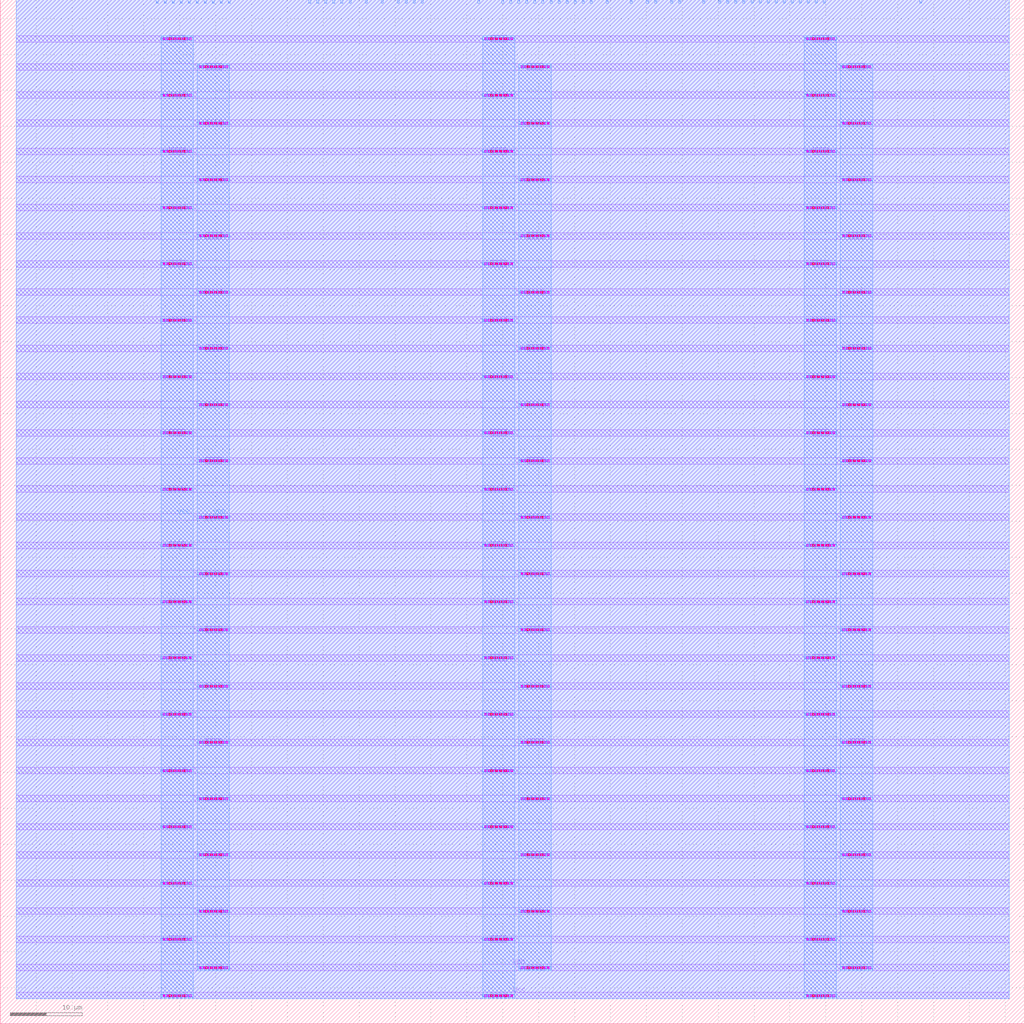
<source format=lef>
VERSION 5.8 ;
BUSBITCHARS "[]" ;
DIVIDERCHAR "/" ;
UNITS
    DATABASE MICRONS 2000 ;
END UNITS

VIA ring_osc2x13_via1_2_8960_1800_1_4_1240_1240
  VIARULE Via1_GEN_HH ;
  CUTSIZE 0.26 0.26 ;
  LAYERS Metal1 Via1 Metal2 ;
  CUTSPACING 0.36 0.36 ;
  ENCLOSURE 0.06 0.32 0.01 0.06 ;
  ROWCOL 1 4 ;
END ring_osc2x13_via1_2_8960_1800_1_4_1240_1240

VIA ring_osc2x13_via2_3_8960_560_1_8_1040_1040
  VIARULE Via2_GEN_HH ;
  CUTSIZE 0.26 0.26 ;
  LAYERS Metal2 Via2 Metal3 ;
  CUTSPACING 0.26 0.26 ;
  ENCLOSURE 0.01 0.06 0.06 0.01 ;
  ROWCOL 1 8 ;
END ring_osc2x13_via2_3_8960_560_1_8_1040_1040

VIA ring_osc2x13_via3_4_8960_560_1_8_1040_1040
  VIARULE Via3_GEN_HH ;
  CUTSIZE 0.26 0.26 ;
  LAYERS Metal3 Via3 Metal4 ;
  CUTSPACING 0.26 0.26 ;
  ENCLOSURE 0.06 0.01 0.29 0.06 ;
  ROWCOL 1 8 ;
END ring_osc2x13_via3_4_8960_560_1_8_1040_1040

MACRO ring_osc2x13
  FOREIGN ring_osc2x13 0 0 ;
  CLASS BLOCK ;
  SIZE 142.64 BY 142.64 ;
  PIN VDD
    USE POWER ;
    DIRECTION INOUT ;
    PORT
      LAYER Metal4 ;
        RECT  117.04 7.39 121.52 133.73 ;
        RECT  72.24 7.39 76.72 133.73 ;
        RECT  27.44 7.39 31.92 133.73 ;
      LAYER Metal1 ;
        RECT  2.24 132.83 140.56 133.73 ;
        RECT  2.24 124.99 140.56 125.89 ;
        RECT  2.24 117.15 140.56 118.05 ;
        RECT  2.24 109.31 140.56 110.21 ;
        RECT  2.24 101.47 140.56 102.37 ;
        RECT  2.24 93.63 140.56 94.53 ;
        RECT  2.24 85.79 140.56 86.69 ;
        RECT  2.24 77.95 140.56 78.85 ;
        RECT  2.24 70.11 140.56 71.01 ;
        RECT  2.24 62.27 140.56 63.17 ;
        RECT  2.24 54.43 140.56 55.33 ;
        RECT  2.24 46.59 140.56 47.49 ;
        RECT  2.24 38.75 140.56 39.65 ;
        RECT  2.24 30.91 140.56 31.81 ;
        RECT  2.24 23.07 140.56 23.97 ;
        RECT  2.24 15.23 140.56 16.13 ;
        RECT  2.24 7.39 140.56 8.29 ;
      VIA 119.28 133.28 ring_osc2x13_via3_4_8960_560_1_8_1040_1040 ;
      VIA 119.28 133.28 ring_osc2x13_via2_3_8960_560_1_8_1040_1040 ;
      VIA 119.28 133.28 ring_osc2x13_via1_2_8960_1800_1_4_1240_1240 ;
      VIA 119.28 125.44 ring_osc2x13_via3_4_8960_560_1_8_1040_1040 ;
      VIA 119.28 125.44 ring_osc2x13_via2_3_8960_560_1_8_1040_1040 ;
      VIA 119.28 125.44 ring_osc2x13_via1_2_8960_1800_1_4_1240_1240 ;
      VIA 119.28 117.6 ring_osc2x13_via3_4_8960_560_1_8_1040_1040 ;
      VIA 119.28 117.6 ring_osc2x13_via2_3_8960_560_1_8_1040_1040 ;
      VIA 119.28 117.6 ring_osc2x13_via1_2_8960_1800_1_4_1240_1240 ;
      VIA 119.28 109.76 ring_osc2x13_via3_4_8960_560_1_8_1040_1040 ;
      VIA 119.28 109.76 ring_osc2x13_via2_3_8960_560_1_8_1040_1040 ;
      VIA 119.28 109.76 ring_osc2x13_via1_2_8960_1800_1_4_1240_1240 ;
      VIA 119.28 101.92 ring_osc2x13_via3_4_8960_560_1_8_1040_1040 ;
      VIA 119.28 101.92 ring_osc2x13_via2_3_8960_560_1_8_1040_1040 ;
      VIA 119.28 101.92 ring_osc2x13_via1_2_8960_1800_1_4_1240_1240 ;
      VIA 119.28 94.08 ring_osc2x13_via3_4_8960_560_1_8_1040_1040 ;
      VIA 119.28 94.08 ring_osc2x13_via2_3_8960_560_1_8_1040_1040 ;
      VIA 119.28 94.08 ring_osc2x13_via1_2_8960_1800_1_4_1240_1240 ;
      VIA 119.28 86.24 ring_osc2x13_via3_4_8960_560_1_8_1040_1040 ;
      VIA 119.28 86.24 ring_osc2x13_via2_3_8960_560_1_8_1040_1040 ;
      VIA 119.28 86.24 ring_osc2x13_via1_2_8960_1800_1_4_1240_1240 ;
      VIA 119.28 78.4 ring_osc2x13_via3_4_8960_560_1_8_1040_1040 ;
      VIA 119.28 78.4 ring_osc2x13_via2_3_8960_560_1_8_1040_1040 ;
      VIA 119.28 78.4 ring_osc2x13_via1_2_8960_1800_1_4_1240_1240 ;
      VIA 119.28 70.56 ring_osc2x13_via3_4_8960_560_1_8_1040_1040 ;
      VIA 119.28 70.56 ring_osc2x13_via2_3_8960_560_1_8_1040_1040 ;
      VIA 119.28 70.56 ring_osc2x13_via1_2_8960_1800_1_4_1240_1240 ;
      VIA 119.28 62.72 ring_osc2x13_via3_4_8960_560_1_8_1040_1040 ;
      VIA 119.28 62.72 ring_osc2x13_via2_3_8960_560_1_8_1040_1040 ;
      VIA 119.28 62.72 ring_osc2x13_via1_2_8960_1800_1_4_1240_1240 ;
      VIA 119.28 54.88 ring_osc2x13_via3_4_8960_560_1_8_1040_1040 ;
      VIA 119.28 54.88 ring_osc2x13_via2_3_8960_560_1_8_1040_1040 ;
      VIA 119.28 54.88 ring_osc2x13_via1_2_8960_1800_1_4_1240_1240 ;
      VIA 119.28 47.04 ring_osc2x13_via3_4_8960_560_1_8_1040_1040 ;
      VIA 119.28 47.04 ring_osc2x13_via2_3_8960_560_1_8_1040_1040 ;
      VIA 119.28 47.04 ring_osc2x13_via1_2_8960_1800_1_4_1240_1240 ;
      VIA 119.28 39.2 ring_osc2x13_via3_4_8960_560_1_8_1040_1040 ;
      VIA 119.28 39.2 ring_osc2x13_via2_3_8960_560_1_8_1040_1040 ;
      VIA 119.28 39.2 ring_osc2x13_via1_2_8960_1800_1_4_1240_1240 ;
      VIA 119.28 31.36 ring_osc2x13_via3_4_8960_560_1_8_1040_1040 ;
      VIA 119.28 31.36 ring_osc2x13_via2_3_8960_560_1_8_1040_1040 ;
      VIA 119.28 31.36 ring_osc2x13_via1_2_8960_1800_1_4_1240_1240 ;
      VIA 119.28 23.52 ring_osc2x13_via3_4_8960_560_1_8_1040_1040 ;
      VIA 119.28 23.52 ring_osc2x13_via2_3_8960_560_1_8_1040_1040 ;
      VIA 119.28 23.52 ring_osc2x13_via1_2_8960_1800_1_4_1240_1240 ;
      VIA 119.28 15.68 ring_osc2x13_via3_4_8960_560_1_8_1040_1040 ;
      VIA 119.28 15.68 ring_osc2x13_via2_3_8960_560_1_8_1040_1040 ;
      VIA 119.28 15.68 ring_osc2x13_via1_2_8960_1800_1_4_1240_1240 ;
      VIA 119.28 7.84 ring_osc2x13_via3_4_8960_560_1_8_1040_1040 ;
      VIA 119.28 7.84 ring_osc2x13_via2_3_8960_560_1_8_1040_1040 ;
      VIA 119.28 7.84 ring_osc2x13_via1_2_8960_1800_1_4_1240_1240 ;
      VIA 74.48 133.28 ring_osc2x13_via3_4_8960_560_1_8_1040_1040 ;
      VIA 74.48 133.28 ring_osc2x13_via2_3_8960_560_1_8_1040_1040 ;
      VIA 74.48 133.28 ring_osc2x13_via1_2_8960_1800_1_4_1240_1240 ;
      VIA 74.48 125.44 ring_osc2x13_via3_4_8960_560_1_8_1040_1040 ;
      VIA 74.48 125.44 ring_osc2x13_via2_3_8960_560_1_8_1040_1040 ;
      VIA 74.48 125.44 ring_osc2x13_via1_2_8960_1800_1_4_1240_1240 ;
      VIA 74.48 117.6 ring_osc2x13_via3_4_8960_560_1_8_1040_1040 ;
      VIA 74.48 117.6 ring_osc2x13_via2_3_8960_560_1_8_1040_1040 ;
      VIA 74.48 117.6 ring_osc2x13_via1_2_8960_1800_1_4_1240_1240 ;
      VIA 74.48 109.76 ring_osc2x13_via3_4_8960_560_1_8_1040_1040 ;
      VIA 74.48 109.76 ring_osc2x13_via2_3_8960_560_1_8_1040_1040 ;
      VIA 74.48 109.76 ring_osc2x13_via1_2_8960_1800_1_4_1240_1240 ;
      VIA 74.48 101.92 ring_osc2x13_via3_4_8960_560_1_8_1040_1040 ;
      VIA 74.48 101.92 ring_osc2x13_via2_3_8960_560_1_8_1040_1040 ;
      VIA 74.48 101.92 ring_osc2x13_via1_2_8960_1800_1_4_1240_1240 ;
      VIA 74.48 94.08 ring_osc2x13_via3_4_8960_560_1_8_1040_1040 ;
      VIA 74.48 94.08 ring_osc2x13_via2_3_8960_560_1_8_1040_1040 ;
      VIA 74.48 94.08 ring_osc2x13_via1_2_8960_1800_1_4_1240_1240 ;
      VIA 74.48 86.24 ring_osc2x13_via3_4_8960_560_1_8_1040_1040 ;
      VIA 74.48 86.24 ring_osc2x13_via2_3_8960_560_1_8_1040_1040 ;
      VIA 74.48 86.24 ring_osc2x13_via1_2_8960_1800_1_4_1240_1240 ;
      VIA 74.48 78.4 ring_osc2x13_via3_4_8960_560_1_8_1040_1040 ;
      VIA 74.48 78.4 ring_osc2x13_via2_3_8960_560_1_8_1040_1040 ;
      VIA 74.48 78.4 ring_osc2x13_via1_2_8960_1800_1_4_1240_1240 ;
      VIA 74.48 70.56 ring_osc2x13_via3_4_8960_560_1_8_1040_1040 ;
      VIA 74.48 70.56 ring_osc2x13_via2_3_8960_560_1_8_1040_1040 ;
      VIA 74.48 70.56 ring_osc2x13_via1_2_8960_1800_1_4_1240_1240 ;
      VIA 74.48 62.72 ring_osc2x13_via3_4_8960_560_1_8_1040_1040 ;
      VIA 74.48 62.72 ring_osc2x13_via2_3_8960_560_1_8_1040_1040 ;
      VIA 74.48 62.72 ring_osc2x13_via1_2_8960_1800_1_4_1240_1240 ;
      VIA 74.48 54.88 ring_osc2x13_via3_4_8960_560_1_8_1040_1040 ;
      VIA 74.48 54.88 ring_osc2x13_via2_3_8960_560_1_8_1040_1040 ;
      VIA 74.48 54.88 ring_osc2x13_via1_2_8960_1800_1_4_1240_1240 ;
      VIA 74.48 47.04 ring_osc2x13_via3_4_8960_560_1_8_1040_1040 ;
      VIA 74.48 47.04 ring_osc2x13_via2_3_8960_560_1_8_1040_1040 ;
      VIA 74.48 47.04 ring_osc2x13_via1_2_8960_1800_1_4_1240_1240 ;
      VIA 74.48 39.2 ring_osc2x13_via3_4_8960_560_1_8_1040_1040 ;
      VIA 74.48 39.2 ring_osc2x13_via2_3_8960_560_1_8_1040_1040 ;
      VIA 74.48 39.2 ring_osc2x13_via1_2_8960_1800_1_4_1240_1240 ;
      VIA 74.48 31.36 ring_osc2x13_via3_4_8960_560_1_8_1040_1040 ;
      VIA 74.48 31.36 ring_osc2x13_via2_3_8960_560_1_8_1040_1040 ;
      VIA 74.48 31.36 ring_osc2x13_via1_2_8960_1800_1_4_1240_1240 ;
      VIA 74.48 23.52 ring_osc2x13_via3_4_8960_560_1_8_1040_1040 ;
      VIA 74.48 23.52 ring_osc2x13_via2_3_8960_560_1_8_1040_1040 ;
      VIA 74.48 23.52 ring_osc2x13_via1_2_8960_1800_1_4_1240_1240 ;
      VIA 74.48 15.68 ring_osc2x13_via3_4_8960_560_1_8_1040_1040 ;
      VIA 74.48 15.68 ring_osc2x13_via2_3_8960_560_1_8_1040_1040 ;
      VIA 74.48 15.68 ring_osc2x13_via1_2_8960_1800_1_4_1240_1240 ;
      VIA 74.48 7.84 ring_osc2x13_via3_4_8960_560_1_8_1040_1040 ;
      VIA 74.48 7.84 ring_osc2x13_via2_3_8960_560_1_8_1040_1040 ;
      VIA 74.48 7.84 ring_osc2x13_via1_2_8960_1800_1_4_1240_1240 ;
      VIA 29.68 133.28 ring_osc2x13_via3_4_8960_560_1_8_1040_1040 ;
      VIA 29.68 133.28 ring_osc2x13_via2_3_8960_560_1_8_1040_1040 ;
      VIA 29.68 133.28 ring_osc2x13_via1_2_8960_1800_1_4_1240_1240 ;
      VIA 29.68 125.44 ring_osc2x13_via3_4_8960_560_1_8_1040_1040 ;
      VIA 29.68 125.44 ring_osc2x13_via2_3_8960_560_1_8_1040_1040 ;
      VIA 29.68 125.44 ring_osc2x13_via1_2_8960_1800_1_4_1240_1240 ;
      VIA 29.68 117.6 ring_osc2x13_via3_4_8960_560_1_8_1040_1040 ;
      VIA 29.68 117.6 ring_osc2x13_via2_3_8960_560_1_8_1040_1040 ;
      VIA 29.68 117.6 ring_osc2x13_via1_2_8960_1800_1_4_1240_1240 ;
      VIA 29.68 109.76 ring_osc2x13_via3_4_8960_560_1_8_1040_1040 ;
      VIA 29.68 109.76 ring_osc2x13_via2_3_8960_560_1_8_1040_1040 ;
      VIA 29.68 109.76 ring_osc2x13_via1_2_8960_1800_1_4_1240_1240 ;
      VIA 29.68 101.92 ring_osc2x13_via3_4_8960_560_1_8_1040_1040 ;
      VIA 29.68 101.92 ring_osc2x13_via2_3_8960_560_1_8_1040_1040 ;
      VIA 29.68 101.92 ring_osc2x13_via1_2_8960_1800_1_4_1240_1240 ;
      VIA 29.68 94.08 ring_osc2x13_via3_4_8960_560_1_8_1040_1040 ;
      VIA 29.68 94.08 ring_osc2x13_via2_3_8960_560_1_8_1040_1040 ;
      VIA 29.68 94.08 ring_osc2x13_via1_2_8960_1800_1_4_1240_1240 ;
      VIA 29.68 86.24 ring_osc2x13_via3_4_8960_560_1_8_1040_1040 ;
      VIA 29.68 86.24 ring_osc2x13_via2_3_8960_560_1_8_1040_1040 ;
      VIA 29.68 86.24 ring_osc2x13_via1_2_8960_1800_1_4_1240_1240 ;
      VIA 29.68 78.4 ring_osc2x13_via3_4_8960_560_1_8_1040_1040 ;
      VIA 29.68 78.4 ring_osc2x13_via2_3_8960_560_1_8_1040_1040 ;
      VIA 29.68 78.4 ring_osc2x13_via1_2_8960_1800_1_4_1240_1240 ;
      VIA 29.68 70.56 ring_osc2x13_via3_4_8960_560_1_8_1040_1040 ;
      VIA 29.68 70.56 ring_osc2x13_via2_3_8960_560_1_8_1040_1040 ;
      VIA 29.68 70.56 ring_osc2x13_via1_2_8960_1800_1_4_1240_1240 ;
      VIA 29.68 62.72 ring_osc2x13_via3_4_8960_560_1_8_1040_1040 ;
      VIA 29.68 62.72 ring_osc2x13_via2_3_8960_560_1_8_1040_1040 ;
      VIA 29.68 62.72 ring_osc2x13_via1_2_8960_1800_1_4_1240_1240 ;
      VIA 29.68 54.88 ring_osc2x13_via3_4_8960_560_1_8_1040_1040 ;
      VIA 29.68 54.88 ring_osc2x13_via2_3_8960_560_1_8_1040_1040 ;
      VIA 29.68 54.88 ring_osc2x13_via1_2_8960_1800_1_4_1240_1240 ;
      VIA 29.68 47.04 ring_osc2x13_via3_4_8960_560_1_8_1040_1040 ;
      VIA 29.68 47.04 ring_osc2x13_via2_3_8960_560_1_8_1040_1040 ;
      VIA 29.68 47.04 ring_osc2x13_via1_2_8960_1800_1_4_1240_1240 ;
      VIA 29.68 39.2 ring_osc2x13_via3_4_8960_560_1_8_1040_1040 ;
      VIA 29.68 39.2 ring_osc2x13_via2_3_8960_560_1_8_1040_1040 ;
      VIA 29.68 39.2 ring_osc2x13_via1_2_8960_1800_1_4_1240_1240 ;
      VIA 29.68 31.36 ring_osc2x13_via3_4_8960_560_1_8_1040_1040 ;
      VIA 29.68 31.36 ring_osc2x13_via2_3_8960_560_1_8_1040_1040 ;
      VIA 29.68 31.36 ring_osc2x13_via1_2_8960_1800_1_4_1240_1240 ;
      VIA 29.68 23.52 ring_osc2x13_via3_4_8960_560_1_8_1040_1040 ;
      VIA 29.68 23.52 ring_osc2x13_via2_3_8960_560_1_8_1040_1040 ;
      VIA 29.68 23.52 ring_osc2x13_via1_2_8960_1800_1_4_1240_1240 ;
      VIA 29.68 15.68 ring_osc2x13_via3_4_8960_560_1_8_1040_1040 ;
      VIA 29.68 15.68 ring_osc2x13_via2_3_8960_560_1_8_1040_1040 ;
      VIA 29.68 15.68 ring_osc2x13_via1_2_8960_1800_1_4_1240_1240 ;
      VIA 29.68 7.84 ring_osc2x13_via3_4_8960_560_1_8_1040_1040 ;
      VIA 29.68 7.84 ring_osc2x13_via2_3_8960_560_1_8_1040_1040 ;
      VIA 29.68 7.84 ring_osc2x13_via1_2_8960_1800_1_4_1240_1240 ;
    END
  END VDD
  PIN VSS
    USE GROUND ;
    DIRECTION INOUT ;
    PORT
      LAYER Metal4 ;
        RECT  112 3.47 116.48 137.65 ;
        RECT  67.2 3.47 71.68 137.65 ;
        RECT  22.4 3.47 26.88 137.65 ;
      LAYER Metal1 ;
        RECT  2.24 136.75 140.56 137.65 ;
        RECT  2.24 128.91 140.56 129.81 ;
        RECT  2.24 121.07 140.56 121.97 ;
        RECT  2.24 113.23 140.56 114.13 ;
        RECT  2.24 105.39 140.56 106.29 ;
        RECT  2.24 97.55 140.56 98.45 ;
        RECT  2.24 89.71 140.56 90.61 ;
        RECT  2.24 81.87 140.56 82.77 ;
        RECT  2.24 74.03 140.56 74.93 ;
        RECT  2.24 66.19 140.56 67.09 ;
        RECT  2.24 58.35 140.56 59.25 ;
        RECT  2.24 50.51 140.56 51.41 ;
        RECT  2.24 42.67 140.56 43.57 ;
        RECT  2.24 34.83 140.56 35.73 ;
        RECT  2.24 26.99 140.56 27.89 ;
        RECT  2.24 19.15 140.56 20.05 ;
        RECT  2.24 11.31 140.56 12.21 ;
        RECT  2.24 3.47 140.56 4.37 ;
      VIA 114.24 137.2 ring_osc2x13_via3_4_8960_560_1_8_1040_1040 ;
      VIA 114.24 137.2 ring_osc2x13_via2_3_8960_560_1_8_1040_1040 ;
      VIA 114.24 137.2 ring_osc2x13_via1_2_8960_1800_1_4_1240_1240 ;
      VIA 114.24 129.36 ring_osc2x13_via3_4_8960_560_1_8_1040_1040 ;
      VIA 114.24 129.36 ring_osc2x13_via2_3_8960_560_1_8_1040_1040 ;
      VIA 114.24 129.36 ring_osc2x13_via1_2_8960_1800_1_4_1240_1240 ;
      VIA 114.24 121.52 ring_osc2x13_via3_4_8960_560_1_8_1040_1040 ;
      VIA 114.24 121.52 ring_osc2x13_via2_3_8960_560_1_8_1040_1040 ;
      VIA 114.24 121.52 ring_osc2x13_via1_2_8960_1800_1_4_1240_1240 ;
      VIA 114.24 113.68 ring_osc2x13_via3_4_8960_560_1_8_1040_1040 ;
      VIA 114.24 113.68 ring_osc2x13_via2_3_8960_560_1_8_1040_1040 ;
      VIA 114.24 113.68 ring_osc2x13_via1_2_8960_1800_1_4_1240_1240 ;
      VIA 114.24 105.84 ring_osc2x13_via3_4_8960_560_1_8_1040_1040 ;
      VIA 114.24 105.84 ring_osc2x13_via2_3_8960_560_1_8_1040_1040 ;
      VIA 114.24 105.84 ring_osc2x13_via1_2_8960_1800_1_4_1240_1240 ;
      VIA 114.24 98 ring_osc2x13_via3_4_8960_560_1_8_1040_1040 ;
      VIA 114.24 98 ring_osc2x13_via2_3_8960_560_1_8_1040_1040 ;
      VIA 114.24 98 ring_osc2x13_via1_2_8960_1800_1_4_1240_1240 ;
      VIA 114.24 90.16 ring_osc2x13_via3_4_8960_560_1_8_1040_1040 ;
      VIA 114.24 90.16 ring_osc2x13_via2_3_8960_560_1_8_1040_1040 ;
      VIA 114.24 90.16 ring_osc2x13_via1_2_8960_1800_1_4_1240_1240 ;
      VIA 114.24 82.32 ring_osc2x13_via3_4_8960_560_1_8_1040_1040 ;
      VIA 114.24 82.32 ring_osc2x13_via2_3_8960_560_1_8_1040_1040 ;
      VIA 114.24 82.32 ring_osc2x13_via1_2_8960_1800_1_4_1240_1240 ;
      VIA 114.24 74.48 ring_osc2x13_via3_4_8960_560_1_8_1040_1040 ;
      VIA 114.24 74.48 ring_osc2x13_via2_3_8960_560_1_8_1040_1040 ;
      VIA 114.24 74.48 ring_osc2x13_via1_2_8960_1800_1_4_1240_1240 ;
      VIA 114.24 66.64 ring_osc2x13_via3_4_8960_560_1_8_1040_1040 ;
      VIA 114.24 66.64 ring_osc2x13_via2_3_8960_560_1_8_1040_1040 ;
      VIA 114.24 66.64 ring_osc2x13_via1_2_8960_1800_1_4_1240_1240 ;
      VIA 114.24 58.8 ring_osc2x13_via3_4_8960_560_1_8_1040_1040 ;
      VIA 114.24 58.8 ring_osc2x13_via2_3_8960_560_1_8_1040_1040 ;
      VIA 114.24 58.8 ring_osc2x13_via1_2_8960_1800_1_4_1240_1240 ;
      VIA 114.24 50.96 ring_osc2x13_via3_4_8960_560_1_8_1040_1040 ;
      VIA 114.24 50.96 ring_osc2x13_via2_3_8960_560_1_8_1040_1040 ;
      VIA 114.24 50.96 ring_osc2x13_via1_2_8960_1800_1_4_1240_1240 ;
      VIA 114.24 43.12 ring_osc2x13_via3_4_8960_560_1_8_1040_1040 ;
      VIA 114.24 43.12 ring_osc2x13_via2_3_8960_560_1_8_1040_1040 ;
      VIA 114.24 43.12 ring_osc2x13_via1_2_8960_1800_1_4_1240_1240 ;
      VIA 114.24 35.28 ring_osc2x13_via3_4_8960_560_1_8_1040_1040 ;
      VIA 114.24 35.28 ring_osc2x13_via2_3_8960_560_1_8_1040_1040 ;
      VIA 114.24 35.28 ring_osc2x13_via1_2_8960_1800_1_4_1240_1240 ;
      VIA 114.24 27.44 ring_osc2x13_via3_4_8960_560_1_8_1040_1040 ;
      VIA 114.24 27.44 ring_osc2x13_via2_3_8960_560_1_8_1040_1040 ;
      VIA 114.24 27.44 ring_osc2x13_via1_2_8960_1800_1_4_1240_1240 ;
      VIA 114.24 19.6 ring_osc2x13_via3_4_8960_560_1_8_1040_1040 ;
      VIA 114.24 19.6 ring_osc2x13_via2_3_8960_560_1_8_1040_1040 ;
      VIA 114.24 19.6 ring_osc2x13_via1_2_8960_1800_1_4_1240_1240 ;
      VIA 114.24 11.76 ring_osc2x13_via3_4_8960_560_1_8_1040_1040 ;
      VIA 114.24 11.76 ring_osc2x13_via2_3_8960_560_1_8_1040_1040 ;
      VIA 114.24 11.76 ring_osc2x13_via1_2_8960_1800_1_4_1240_1240 ;
      VIA 114.24 3.92 ring_osc2x13_via3_4_8960_560_1_8_1040_1040 ;
      VIA 114.24 3.92 ring_osc2x13_via2_3_8960_560_1_8_1040_1040 ;
      VIA 114.24 3.92 ring_osc2x13_via1_2_8960_1800_1_4_1240_1240 ;
      VIA 69.44 137.2 ring_osc2x13_via3_4_8960_560_1_8_1040_1040 ;
      VIA 69.44 137.2 ring_osc2x13_via2_3_8960_560_1_8_1040_1040 ;
      VIA 69.44 137.2 ring_osc2x13_via1_2_8960_1800_1_4_1240_1240 ;
      VIA 69.44 129.36 ring_osc2x13_via3_4_8960_560_1_8_1040_1040 ;
      VIA 69.44 129.36 ring_osc2x13_via2_3_8960_560_1_8_1040_1040 ;
      VIA 69.44 129.36 ring_osc2x13_via1_2_8960_1800_1_4_1240_1240 ;
      VIA 69.44 121.52 ring_osc2x13_via3_4_8960_560_1_8_1040_1040 ;
      VIA 69.44 121.52 ring_osc2x13_via2_3_8960_560_1_8_1040_1040 ;
      VIA 69.44 121.52 ring_osc2x13_via1_2_8960_1800_1_4_1240_1240 ;
      VIA 69.44 113.68 ring_osc2x13_via3_4_8960_560_1_8_1040_1040 ;
      VIA 69.44 113.68 ring_osc2x13_via2_3_8960_560_1_8_1040_1040 ;
      VIA 69.44 113.68 ring_osc2x13_via1_2_8960_1800_1_4_1240_1240 ;
      VIA 69.44 105.84 ring_osc2x13_via3_4_8960_560_1_8_1040_1040 ;
      VIA 69.44 105.84 ring_osc2x13_via2_3_8960_560_1_8_1040_1040 ;
      VIA 69.44 105.84 ring_osc2x13_via1_2_8960_1800_1_4_1240_1240 ;
      VIA 69.44 98 ring_osc2x13_via3_4_8960_560_1_8_1040_1040 ;
      VIA 69.44 98 ring_osc2x13_via2_3_8960_560_1_8_1040_1040 ;
      VIA 69.44 98 ring_osc2x13_via1_2_8960_1800_1_4_1240_1240 ;
      VIA 69.44 90.16 ring_osc2x13_via3_4_8960_560_1_8_1040_1040 ;
      VIA 69.44 90.16 ring_osc2x13_via2_3_8960_560_1_8_1040_1040 ;
      VIA 69.44 90.16 ring_osc2x13_via1_2_8960_1800_1_4_1240_1240 ;
      VIA 69.44 82.32 ring_osc2x13_via3_4_8960_560_1_8_1040_1040 ;
      VIA 69.44 82.32 ring_osc2x13_via2_3_8960_560_1_8_1040_1040 ;
      VIA 69.44 82.32 ring_osc2x13_via1_2_8960_1800_1_4_1240_1240 ;
      VIA 69.44 74.48 ring_osc2x13_via3_4_8960_560_1_8_1040_1040 ;
      VIA 69.44 74.48 ring_osc2x13_via2_3_8960_560_1_8_1040_1040 ;
      VIA 69.44 74.48 ring_osc2x13_via1_2_8960_1800_1_4_1240_1240 ;
      VIA 69.44 66.64 ring_osc2x13_via3_4_8960_560_1_8_1040_1040 ;
      VIA 69.44 66.64 ring_osc2x13_via2_3_8960_560_1_8_1040_1040 ;
      VIA 69.44 66.64 ring_osc2x13_via1_2_8960_1800_1_4_1240_1240 ;
      VIA 69.44 58.8 ring_osc2x13_via3_4_8960_560_1_8_1040_1040 ;
      VIA 69.44 58.8 ring_osc2x13_via2_3_8960_560_1_8_1040_1040 ;
      VIA 69.44 58.8 ring_osc2x13_via1_2_8960_1800_1_4_1240_1240 ;
      VIA 69.44 50.96 ring_osc2x13_via3_4_8960_560_1_8_1040_1040 ;
      VIA 69.44 50.96 ring_osc2x13_via2_3_8960_560_1_8_1040_1040 ;
      VIA 69.44 50.96 ring_osc2x13_via1_2_8960_1800_1_4_1240_1240 ;
      VIA 69.44 43.12 ring_osc2x13_via3_4_8960_560_1_8_1040_1040 ;
      VIA 69.44 43.12 ring_osc2x13_via2_3_8960_560_1_8_1040_1040 ;
      VIA 69.44 43.12 ring_osc2x13_via1_2_8960_1800_1_4_1240_1240 ;
      VIA 69.44 35.28 ring_osc2x13_via3_4_8960_560_1_8_1040_1040 ;
      VIA 69.44 35.28 ring_osc2x13_via2_3_8960_560_1_8_1040_1040 ;
      VIA 69.44 35.28 ring_osc2x13_via1_2_8960_1800_1_4_1240_1240 ;
      VIA 69.44 27.44 ring_osc2x13_via3_4_8960_560_1_8_1040_1040 ;
      VIA 69.44 27.44 ring_osc2x13_via2_3_8960_560_1_8_1040_1040 ;
      VIA 69.44 27.44 ring_osc2x13_via1_2_8960_1800_1_4_1240_1240 ;
      VIA 69.44 19.6 ring_osc2x13_via3_4_8960_560_1_8_1040_1040 ;
      VIA 69.44 19.6 ring_osc2x13_via2_3_8960_560_1_8_1040_1040 ;
      VIA 69.44 19.6 ring_osc2x13_via1_2_8960_1800_1_4_1240_1240 ;
      VIA 69.44 11.76 ring_osc2x13_via3_4_8960_560_1_8_1040_1040 ;
      VIA 69.44 11.76 ring_osc2x13_via2_3_8960_560_1_8_1040_1040 ;
      VIA 69.44 11.76 ring_osc2x13_via1_2_8960_1800_1_4_1240_1240 ;
      VIA 69.44 3.92 ring_osc2x13_via3_4_8960_560_1_8_1040_1040 ;
      VIA 69.44 3.92 ring_osc2x13_via2_3_8960_560_1_8_1040_1040 ;
      VIA 69.44 3.92 ring_osc2x13_via1_2_8960_1800_1_4_1240_1240 ;
      VIA 24.64 137.2 ring_osc2x13_via3_4_8960_560_1_8_1040_1040 ;
      VIA 24.64 137.2 ring_osc2x13_via2_3_8960_560_1_8_1040_1040 ;
      VIA 24.64 137.2 ring_osc2x13_via1_2_8960_1800_1_4_1240_1240 ;
      VIA 24.64 129.36 ring_osc2x13_via3_4_8960_560_1_8_1040_1040 ;
      VIA 24.64 129.36 ring_osc2x13_via2_3_8960_560_1_8_1040_1040 ;
      VIA 24.64 129.36 ring_osc2x13_via1_2_8960_1800_1_4_1240_1240 ;
      VIA 24.64 121.52 ring_osc2x13_via3_4_8960_560_1_8_1040_1040 ;
      VIA 24.64 121.52 ring_osc2x13_via2_3_8960_560_1_8_1040_1040 ;
      VIA 24.64 121.52 ring_osc2x13_via1_2_8960_1800_1_4_1240_1240 ;
      VIA 24.64 113.68 ring_osc2x13_via3_4_8960_560_1_8_1040_1040 ;
      VIA 24.64 113.68 ring_osc2x13_via2_3_8960_560_1_8_1040_1040 ;
      VIA 24.64 113.68 ring_osc2x13_via1_2_8960_1800_1_4_1240_1240 ;
      VIA 24.64 105.84 ring_osc2x13_via3_4_8960_560_1_8_1040_1040 ;
      VIA 24.64 105.84 ring_osc2x13_via2_3_8960_560_1_8_1040_1040 ;
      VIA 24.64 105.84 ring_osc2x13_via1_2_8960_1800_1_4_1240_1240 ;
      VIA 24.64 98 ring_osc2x13_via3_4_8960_560_1_8_1040_1040 ;
      VIA 24.64 98 ring_osc2x13_via2_3_8960_560_1_8_1040_1040 ;
      VIA 24.64 98 ring_osc2x13_via1_2_8960_1800_1_4_1240_1240 ;
      VIA 24.64 90.16 ring_osc2x13_via3_4_8960_560_1_8_1040_1040 ;
      VIA 24.64 90.16 ring_osc2x13_via2_3_8960_560_1_8_1040_1040 ;
      VIA 24.64 90.16 ring_osc2x13_via1_2_8960_1800_1_4_1240_1240 ;
      VIA 24.64 82.32 ring_osc2x13_via3_4_8960_560_1_8_1040_1040 ;
      VIA 24.64 82.32 ring_osc2x13_via2_3_8960_560_1_8_1040_1040 ;
      VIA 24.64 82.32 ring_osc2x13_via1_2_8960_1800_1_4_1240_1240 ;
      VIA 24.64 74.48 ring_osc2x13_via3_4_8960_560_1_8_1040_1040 ;
      VIA 24.64 74.48 ring_osc2x13_via2_3_8960_560_1_8_1040_1040 ;
      VIA 24.64 74.48 ring_osc2x13_via1_2_8960_1800_1_4_1240_1240 ;
      VIA 24.64 66.64 ring_osc2x13_via3_4_8960_560_1_8_1040_1040 ;
      VIA 24.64 66.64 ring_osc2x13_via2_3_8960_560_1_8_1040_1040 ;
      VIA 24.64 66.64 ring_osc2x13_via1_2_8960_1800_1_4_1240_1240 ;
      VIA 24.64 58.8 ring_osc2x13_via3_4_8960_560_1_8_1040_1040 ;
      VIA 24.64 58.8 ring_osc2x13_via2_3_8960_560_1_8_1040_1040 ;
      VIA 24.64 58.8 ring_osc2x13_via1_2_8960_1800_1_4_1240_1240 ;
      VIA 24.64 50.96 ring_osc2x13_via3_4_8960_560_1_8_1040_1040 ;
      VIA 24.64 50.96 ring_osc2x13_via2_3_8960_560_1_8_1040_1040 ;
      VIA 24.64 50.96 ring_osc2x13_via1_2_8960_1800_1_4_1240_1240 ;
      VIA 24.64 43.12 ring_osc2x13_via3_4_8960_560_1_8_1040_1040 ;
      VIA 24.64 43.12 ring_osc2x13_via2_3_8960_560_1_8_1040_1040 ;
      VIA 24.64 43.12 ring_osc2x13_via1_2_8960_1800_1_4_1240_1240 ;
      VIA 24.64 35.28 ring_osc2x13_via3_4_8960_560_1_8_1040_1040 ;
      VIA 24.64 35.28 ring_osc2x13_via2_3_8960_560_1_8_1040_1040 ;
      VIA 24.64 35.28 ring_osc2x13_via1_2_8960_1800_1_4_1240_1240 ;
      VIA 24.64 27.44 ring_osc2x13_via3_4_8960_560_1_8_1040_1040 ;
      VIA 24.64 27.44 ring_osc2x13_via2_3_8960_560_1_8_1040_1040 ;
      VIA 24.64 27.44 ring_osc2x13_via1_2_8960_1800_1_4_1240_1240 ;
      VIA 24.64 19.6 ring_osc2x13_via3_4_8960_560_1_8_1040_1040 ;
      VIA 24.64 19.6 ring_osc2x13_via2_3_8960_560_1_8_1040_1040 ;
      VIA 24.64 19.6 ring_osc2x13_via1_2_8960_1800_1_4_1240_1240 ;
      VIA 24.64 11.76 ring_osc2x13_via3_4_8960_560_1_8_1040_1040 ;
      VIA 24.64 11.76 ring_osc2x13_via2_3_8960_560_1_8_1040_1040 ;
      VIA 24.64 11.76 ring_osc2x13_via1_2_8960_1800_1_4_1240_1240 ;
      VIA 24.64 3.92 ring_osc2x13_via3_4_8960_560_1_8_1040_1040 ;
      VIA 24.64 3.92 ring_osc2x13_via2_3_8960_560_1_8_1040_1040 ;
      VIA 24.64 3.92 ring_osc2x13_via1_2_8960_1800_1_4_1240_1240 ;
    END
  END VSS
  PIN clockp[0]
    DIRECTION OUTPUT ;
    USE SIGNAL ;
    PORT
      LAYER Metal4 ;
        RECT  128.1 142.12 128.38 142.64 ;
    END
  END clockp[0]
  PIN clockp[1]
    DIRECTION OUTPUT ;
    USE SIGNAL ;
    PORT
      LAYER Metal4 ;
        RECT  44.1 142.12 44.38 142.64 ;
    END
  END clockp[1]
  PIN dco
    DIRECTION INPUT ;
    USE SIGNAL ;
    PORT
      LAYER Metal4 ;
        RECT  57.54 142.12 57.82 142.64 ;
    END
  END dco
  PIN enable
    DIRECTION INPUT ;
    USE SIGNAL ;
    PORT
      LAYER Metal4 ;
        RECT  100.1 142.12 100.38 142.64 ;
    END
  END enable
  PIN ext_trim[0]
    DIRECTION INPUT ;
    USE SIGNAL ;
    PORT
      LAYER Metal4 ;
        RECT  114.66 142.12 114.94 142.64 ;
    END
  END ext_trim[0]
  PIN ext_trim[10]
    DIRECTION INPUT ;
    USE SIGNAL ;
    PORT
      LAYER Metal4 ;
        RECT  78.82 142.12 79.1 142.64 ;
    END
  END ext_trim[10]
  PIN ext_trim[11]
    DIRECTION INPUT ;
    USE SIGNAL ;
    PORT
      LAYER Metal4 ;
        RECT  94.5 142.12 94.78 142.64 ;
    END
  END ext_trim[11]
  PIN ext_trim[12]
    DIRECTION INPUT ;
    USE SIGNAL ;
    PORT
      LAYER Metal4 ;
        RECT  101.22 142.12 101.5 142.64 ;
    END
  END ext_trim[12]
  PIN ext_trim[13]
    DIRECTION INPUT ;
    USE SIGNAL ;
    PORT
      LAYER Metal4 ;
        RECT  106.82 142.12 107.1 142.64 ;
    END
  END ext_trim[13]
  PIN ext_trim[14]
    DIRECTION INPUT ;
    USE SIGNAL ;
    PORT
      LAYER Metal4 ;
        RECT  90.02 142.12 90.3 142.64 ;
    END
  END ext_trim[14]
  PIN ext_trim[15]
    DIRECTION INPUT ;
    USE SIGNAL ;
    PORT
      LAYER Metal4 ;
        RECT  105.7 142.12 105.98 142.64 ;
    END
  END ext_trim[15]
  PIN ext_trim[16]
    DIRECTION INPUT ;
    USE SIGNAL ;
    PORT
      LAYER Metal4 ;
        RECT  79.94 142.12 80.22 142.64 ;
    END
  END ext_trim[16]
  PIN ext_trim[17]
    DIRECTION INPUT ;
    USE SIGNAL ;
    PORT
      LAYER Metal4 ;
        RECT  70.98 142.12 71.26 142.64 ;
    END
  END ext_trim[17]
  PIN ext_trim[18]
    DIRECTION INPUT ;
    USE SIGNAL ;
    PORT
      LAYER Metal4 ;
        RECT  66.5 142.12 66.78 142.64 ;
    END
  END ext_trim[18]
  PIN ext_trim[19]
    DIRECTION INPUT ;
    USE SIGNAL ;
    PORT
      LAYER Metal4 ;
        RECT  23.94 142.12 24.22 142.64 ;
    END
  END ext_trim[19]
  PIN ext_trim[1]
    DIRECTION INPUT ;
    USE SIGNAL ;
    PORT
      LAYER Metal4 ;
        RECT  87.78 142.12 88.06 142.64 ;
    END
  END ext_trim[1]
  PIN ext_trim[20]
    DIRECTION INPUT ;
    USE SIGNAL ;
    PORT
      LAYER Metal4 ;
        RECT  27.3 142.12 27.58 142.64 ;
    END
  END ext_trim[20]
  PIN ext_trim[21]
    DIRECTION INPUT ;
    USE SIGNAL ;
    PORT
      LAYER Metal4 ;
        RECT  28.42 142.12 28.7 142.64 ;
    END
  END ext_trim[21]
  PIN ext_trim[22]
    DIRECTION INPUT ;
    USE SIGNAL ;
    PORT
      LAYER Metal4 ;
        RECT  53.06 142.12 53.34 142.64 ;
    END
  END ext_trim[22]
  PIN ext_trim[23]
    DIRECTION INPUT ;
    USE SIGNAL ;
    PORT
      LAYER Metal4 ;
        RECT  72.1 142.12 72.38 142.64 ;
    END
  END ext_trim[23]
  PIN ext_trim[24]
    DIRECTION INPUT ;
    USE SIGNAL ;
    PORT
      LAYER Metal4 ;
        RECT  77.7 142.12 77.98 142.64 ;
    END
  END ext_trim[24]
  PIN ext_trim[25]
    DIRECTION INPUT ;
    USE SIGNAL ;
    PORT
      LAYER Metal4 ;
        RECT  113.54 142.12 113.82 142.64 ;
    END
  END ext_trim[25]
  PIN ext_trim[2]
    DIRECTION INPUT ;
    USE SIGNAL ;
    PORT
      LAYER Metal4 ;
        RECT  103.46 142.12 103.74 142.64 ;
    END
  END ext_trim[2]
  PIN ext_trim[3]
    DIRECTION INPUT ;
    USE SIGNAL ;
    PORT
      LAYER Metal4 ;
        RECT  73.22 142.12 73.5 142.64 ;
    END
  END ext_trim[3]
  PIN ext_trim[4]
    DIRECTION INPUT ;
    USE SIGNAL ;
    PORT
      LAYER Metal4 ;
        RECT  45.22 142.12 45.5 142.64 ;
    END
  END ext_trim[4]
  PIN ext_trim[5]
    DIRECTION INPUT ;
    USE SIGNAL ;
    PORT
      LAYER Metal4 ;
        RECT  47.46 142.12 47.74 142.64 ;
    END
  END ext_trim[5]
  PIN ext_trim[6]
    DIRECTION INPUT ;
    USE SIGNAL ;
    PORT
      LAYER Metal4 ;
        RECT  22.82 142.12 23.1 142.64 ;
    END
  END ext_trim[6]
  PIN ext_trim[7]
    DIRECTION INPUT ;
    USE SIGNAL ;
    PORT
      LAYER Metal4 ;
        RECT  21.7 142.12 21.98 142.64 ;
    END
  END ext_trim[7]
  PIN ext_trim[8]
    DIRECTION INPUT ;
    USE SIGNAL ;
    PORT
      LAYER Metal4 ;
        RECT  42.98 142.12 43.26 142.64 ;
    END
  END ext_trim[8]
  PIN ext_trim[9]
    DIRECTION INPUT ;
    USE SIGNAL ;
    PORT
      LAYER Metal4 ;
        RECT  55.3 142.12 55.58 142.64 ;
    END
  END ext_trim[9]
  PIN reset
    DIRECTION INPUT ;
    USE SIGNAL ;
    PORT
      LAYER Metal4 ;
        RECT  102.34 142.12 102.62 142.64 ;
    END
  END reset
  PIN trim[0]
    DIRECTION INPUT ;
    USE SIGNAL ;
    PORT
      LAYER Metal4 ;
        RECT  112.42 142.12 112.7 142.64 ;
    END
  END trim[0]
  PIN trim[10]
    DIRECTION INPUT ;
    USE SIGNAL ;
    PORT
      LAYER Metal4 ;
        RECT  82.18 142.12 82.46 142.64 ;
    END
  END trim[10]
  PIN trim[11]
    DIRECTION INPUT ;
    USE SIGNAL ;
    PORT
      LAYER Metal4 ;
        RECT  97.86 142.12 98.14 142.64 ;
    END
  END trim[11]
  PIN trim[12]
    DIRECTION INPUT ;
    USE SIGNAL ;
    PORT
      LAYER Metal4 ;
        RECT  104.58 142.12 104.86 142.64 ;
    END
  END trim[12]
  PIN trim[13]
    DIRECTION INPUT ;
    USE SIGNAL ;
    PORT
      LAYER Metal4 ;
        RECT  110.18 142.12 110.46 142.64 ;
    END
  END trim[13]
  PIN trim[14]
    DIRECTION INPUT ;
    USE SIGNAL ;
    PORT
      LAYER Metal4 ;
        RECT  93.38 142.12 93.66 142.64 ;
    END
  END trim[14]
  PIN trim[15]
    DIRECTION INPUT ;
    USE SIGNAL ;
    PORT
      LAYER Metal4 ;
        RECT  109.06 142.12 109.34 142.64 ;
    END
  END trim[15]
  PIN trim[16]
    DIRECTION INPUT ;
    USE SIGNAL ;
    PORT
      LAYER Metal4 ;
        RECT  84.42 142.12 84.7 142.64 ;
    END
  END trim[16]
  PIN trim[17]
    DIRECTION INPUT ;
    USE SIGNAL ;
    PORT
      LAYER Metal4 ;
        RECT  74.34 142.12 74.62 142.64 ;
    END
  END trim[17]
  PIN trim[18]
    DIRECTION INPUT ;
    USE SIGNAL ;
    PORT
      LAYER Metal4 ;
        RECT  69.86 142.12 70.14 142.64 ;
    END
  END trim[18]
  PIN trim[19]
    DIRECTION INPUT ;
    USE SIGNAL ;
    PORT
      LAYER Metal4 ;
        RECT  29.54 142.12 29.82 142.64 ;
    END
  END trim[19]
  PIN trim[1]
    DIRECTION INPUT ;
    USE SIGNAL ;
    PORT
      LAYER Metal4 ;
        RECT  91.14 142.12 91.42 142.64 ;
    END
  END trim[1]
  PIN trim[20]
    DIRECTION INPUT ;
    USE SIGNAL ;
    PORT
      LAYER Metal4 ;
        RECT  30.66 142.12 30.94 142.64 ;
    END
  END trim[20]
  PIN trim[21]
    DIRECTION INPUT ;
    USE SIGNAL ;
    PORT
      LAYER Metal4 ;
        RECT  31.78 142.12 32.06 142.64 ;
    END
  END trim[21]
  PIN trim[22]
    DIRECTION INPUT ;
    USE SIGNAL ;
    PORT
      LAYER Metal4 ;
        RECT  56.42 142.12 56.7 142.64 ;
    END
  END trim[22]
  PIN trim[23]
    DIRECTION INPUT ;
    USE SIGNAL ;
    PORT
      LAYER Metal4 ;
        RECT  75.46 142.12 75.74 142.64 ;
    END
  END trim[23]
  PIN trim[24]
    DIRECTION INPUT ;
    USE SIGNAL ;
    PORT
      LAYER Metal4 ;
        RECT  81.06 142.12 81.34 142.64 ;
    END
  END trim[24]
  PIN trim[25]
    DIRECTION INPUT ;
    USE SIGNAL ;
    PORT
      LAYER Metal4 ;
        RECT  111.3 142.12 111.58 142.64 ;
    END
  END trim[25]
  PIN trim[2]
    DIRECTION INPUT ;
    USE SIGNAL ;
    PORT
      LAYER Metal4 ;
        RECT  107.94 142.12 108.22 142.64 ;
    END
  END trim[2]
  PIN trim[3]
    DIRECTION INPUT ;
    USE SIGNAL ;
    PORT
      LAYER Metal4 ;
        RECT  76.58 142.12 76.86 142.64 ;
    END
  END trim[3]
  PIN trim[4]
    DIRECTION INPUT ;
    USE SIGNAL ;
    PORT
      LAYER Metal4 ;
        RECT  48.58 142.12 48.86 142.64 ;
    END
  END trim[4]
  PIN trim[5]
    DIRECTION INPUT ;
    USE SIGNAL ;
    PORT
      LAYER Metal4 ;
        RECT  50.82 142.12 51.1 142.64 ;
    END
  END trim[5]
  PIN trim[6]
    DIRECTION INPUT ;
    USE SIGNAL ;
    PORT
      LAYER Metal4 ;
        RECT  26.18 142.12 26.46 142.64 ;
    END
  END trim[6]
  PIN trim[7]
    DIRECTION INPUT ;
    USE SIGNAL ;
    PORT
      LAYER Metal4 ;
        RECT  25.06 142.12 25.34 142.64 ;
    END
  END trim[7]
  PIN trim[8]
    DIRECTION INPUT ;
    USE SIGNAL ;
    PORT
      LAYER Metal4 ;
        RECT  46.34 142.12 46.62 142.64 ;
    END
  END trim[8]
  PIN trim[9]
    DIRECTION INPUT ;
    USE SIGNAL ;
    PORT
      LAYER Metal4 ;
        RECT  58.66 142.12 58.94 142.64 ;
    END
  END trim[9]
  OBS
    LAYER Metal1 ;
     RECT  2.24 3.47 140.56 142.64 ;
    LAYER Metal2 ;
     RECT  2.24 3.47 140.56 142.64 ;
    LAYER Metal3 ;
     RECT  2.24 3.47 140.56 142.64 ;
    LAYER Metal4 ;
     RECT  2.24 3.47 140.56 142.64 ;
  END
END ring_osc2x13
END LIBRARY

</source>
